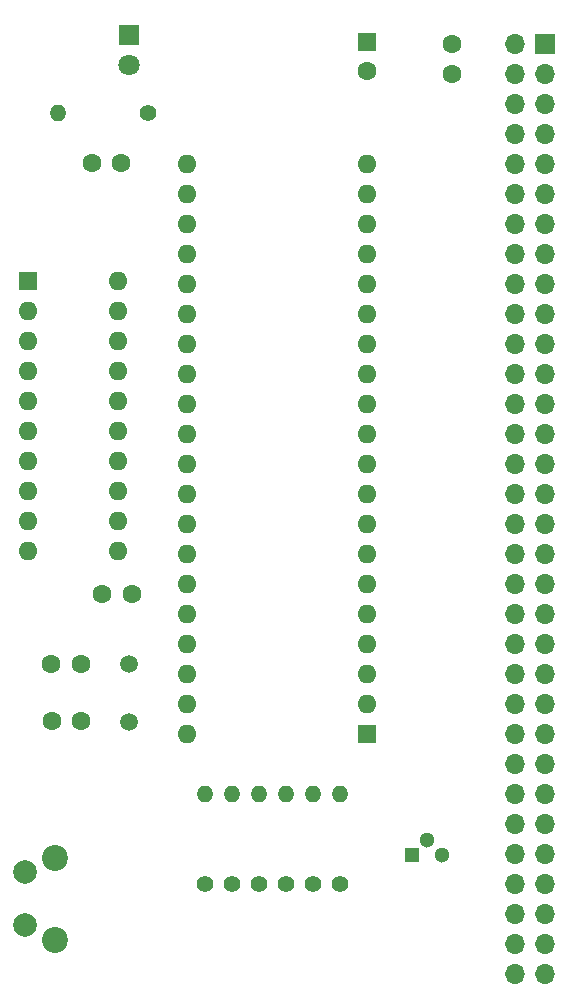
<source format=gts>
G04 #@! TF.GenerationSoftware,KiCad,Pcbnew,8.0.4*
G04 #@! TF.CreationDate,2024-09-12T20:33:36-04:00*
G04 #@! TF.ProjectId,LB-6802-01,4c422d36-3830-4322-9d30-312e6b696361,2*
G04 #@! TF.SameCoordinates,Original*
G04 #@! TF.FileFunction,Soldermask,Top*
G04 #@! TF.FilePolarity,Negative*
%FSLAX46Y46*%
G04 Gerber Fmt 4.6, Leading zero omitted, Abs format (unit mm)*
G04 Created by KiCad (PCBNEW 8.0.4) date 2024-09-12 20:33:36*
%MOMM*%
%LPD*%
G01*
G04 APERTURE LIST*
%ADD10C,1.400000*%
%ADD11O,1.400000X1.400000*%
%ADD12R,1.800000X1.800000*%
%ADD13C,1.800000*%
%ADD14R,1.700000X1.700000*%
%ADD15O,1.700000X1.700000*%
%ADD16R,1.600000X1.600000*%
%ADD17O,1.600000X1.600000*%
%ADD18C,1.600000*%
%ADD19C,1.500000*%
%ADD20C,2.000000*%
%ADD21C,2.200000*%
%ADD22R,1.300000X1.300000*%
%ADD23C,1.300000*%
G04 APERTURE END LIST*
D10*
X146304000Y-60452000D03*
D11*
X138684000Y-60452000D03*
D12*
X144688000Y-53843000D03*
D13*
X144688000Y-56383000D03*
D14*
X179890000Y-54615000D03*
D15*
X177350000Y-54615000D03*
X179890000Y-57155000D03*
X177350000Y-57155000D03*
X179890000Y-59695000D03*
X177350000Y-59695000D03*
X179890000Y-62235000D03*
X177350000Y-62235000D03*
X179890000Y-64775000D03*
X177350000Y-64775000D03*
X179890000Y-67315000D03*
X177350000Y-67315000D03*
X179890000Y-69855000D03*
X177350000Y-69855000D03*
X179890000Y-72395000D03*
X177350000Y-72395000D03*
X179890000Y-74935000D03*
X177350000Y-74935000D03*
X179890000Y-77475000D03*
X177350000Y-77475000D03*
X179890000Y-80015000D03*
X177350000Y-80015000D03*
X179890000Y-82555000D03*
X177350000Y-82555000D03*
X179890000Y-85095000D03*
X177350000Y-85095000D03*
X179890000Y-87635000D03*
X177350000Y-87635000D03*
X179890000Y-90175000D03*
X177350000Y-90175000D03*
X179890000Y-92715000D03*
X177350000Y-92715000D03*
X179890000Y-95255000D03*
X177350000Y-95255000D03*
X179890000Y-97795000D03*
X177350000Y-97795000D03*
X179890000Y-100335000D03*
X177350000Y-100335000D03*
X179890000Y-102875000D03*
X177350000Y-102875000D03*
X179890000Y-105415000D03*
X177350000Y-105415000D03*
X179890000Y-107955000D03*
X177350000Y-107955000D03*
X179890000Y-110495000D03*
X177350000Y-110495000D03*
X179890000Y-113035000D03*
X177350000Y-113035000D03*
X179890000Y-115575000D03*
X177350000Y-115575000D03*
X179890000Y-118115000D03*
X177350000Y-118115000D03*
X179890000Y-120655000D03*
X177350000Y-120655000D03*
X179890000Y-123195000D03*
X177350000Y-123195000D03*
X179890000Y-125735000D03*
X177350000Y-125735000D03*
X179890000Y-128275000D03*
X177350000Y-128275000D03*
X179890000Y-130815000D03*
X177350000Y-130815000D03*
X179890000Y-133355000D03*
X177350000Y-133355000D03*
D16*
X164820600Y-113030000D03*
D17*
X164820600Y-110490000D03*
X164820600Y-107950000D03*
X164820600Y-105410000D03*
X164820600Y-102870000D03*
X164820600Y-100330000D03*
X164820600Y-97790000D03*
X164820600Y-95250000D03*
X164820600Y-92710000D03*
X164820600Y-90170000D03*
X164820600Y-87630000D03*
X164820600Y-85090000D03*
X164820600Y-82550000D03*
X164820600Y-80010000D03*
X164820600Y-77470000D03*
X164820600Y-74930000D03*
X164820600Y-72390000D03*
X164820600Y-69850000D03*
X164820600Y-67310000D03*
X164820600Y-64770000D03*
X149580600Y-64770000D03*
X149580600Y-67310000D03*
X149580600Y-69850000D03*
X149580600Y-72390000D03*
X149580600Y-74930000D03*
X149580600Y-77470000D03*
X149580600Y-80010000D03*
X149580600Y-82550000D03*
X149580600Y-85090000D03*
X149580600Y-87630000D03*
X149580600Y-90170000D03*
X149580600Y-92710000D03*
X149580600Y-95250000D03*
X149580600Y-97790000D03*
X149580600Y-100330000D03*
X149580600Y-102870000D03*
X149580600Y-105410000D03*
X149580600Y-107950000D03*
X149580600Y-110490000D03*
X149580600Y-113030000D03*
D10*
X160274000Y-125730000D03*
D11*
X160274000Y-118110000D03*
D10*
X151130000Y-125730000D03*
D11*
X151130000Y-118110000D03*
D10*
X162560000Y-125730000D03*
D11*
X162560000Y-118110000D03*
D16*
X164846000Y-54420888D03*
D18*
X164846000Y-56920888D03*
D10*
X155702000Y-125730000D03*
D11*
X155702000Y-118110000D03*
D10*
X157988000Y-125730000D03*
D11*
X157988000Y-118110000D03*
D18*
X138145200Y-111924000D03*
X140645200Y-111924000D03*
D19*
X144703800Y-112000200D03*
X144703800Y-107120200D03*
D16*
X136169400Y-74650600D03*
D17*
X136169400Y-77190600D03*
X136169400Y-79730600D03*
X136169400Y-82270600D03*
X136169400Y-84810600D03*
X136169400Y-87350600D03*
X136169400Y-89890600D03*
X136169400Y-92430600D03*
X136169400Y-94970600D03*
X136169400Y-97510600D03*
X143789400Y-97510600D03*
X143789400Y-94970600D03*
X143789400Y-92430600D03*
X143789400Y-89890600D03*
X143789400Y-87350600D03*
X143789400Y-84810600D03*
X143789400Y-82270600D03*
X143789400Y-79730600D03*
X143789400Y-77190600D03*
X143789400Y-74650600D03*
D18*
X141548800Y-64668400D03*
X144048800Y-64668400D03*
X172085000Y-57130000D03*
X172085000Y-54630000D03*
D20*
X135930000Y-129250000D03*
X135930000Y-124750000D03*
D21*
X138430000Y-130500000D03*
X138430000Y-123500000D03*
D22*
X168681400Y-123245200D03*
D23*
X169951400Y-121975200D03*
X171221400Y-123245200D03*
D10*
X153416000Y-125730000D03*
D11*
X153416000Y-118110000D03*
D18*
X138119800Y-107072600D03*
X140619800Y-107072600D03*
X142432400Y-101193600D03*
X144932400Y-101193600D03*
M02*

</source>
